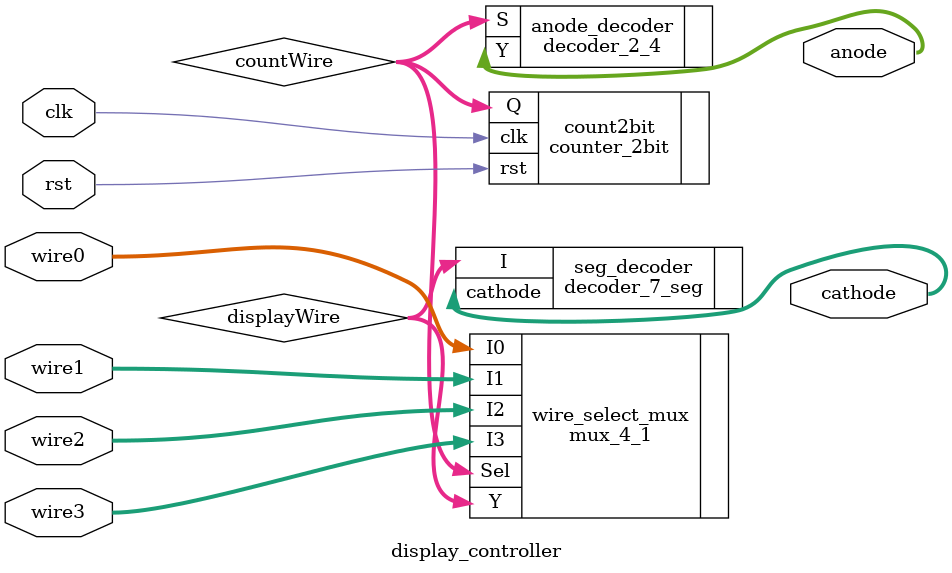
<source format=v>
`timescale 1ns / 1ps

module display_controller(
    input [3:0] wire0,
    input [3:0] wire1,
    input [3:0] wire2,
    input [3:0] wire3,
    input clk,
    input rst,
    
    output [6:0] cathode,
    output [3:0] anode
    );

wire [1:0] countWire;
wire [3:0] displayWire;

counter_2bit count2bit(
    .clk(clk),
    .rst(rst),
    .Q(countWire)
    );
    
decoder_2_4 anode_decoder(
    .S(countWire),
    .Y(anode)
    );
    
mux_4_1 wire_select_mux(
    .Sel(countWire),
    .I0(wire0),
    .I1(wire1),
    .I2(wire2),
    .I3(wire3),
    .Y(displayWire)
    );
   
decoder_7_seg seg_decoder(
    .I(displayWire),
    .cathode(cathode)
    );
    
endmodule
</source>
